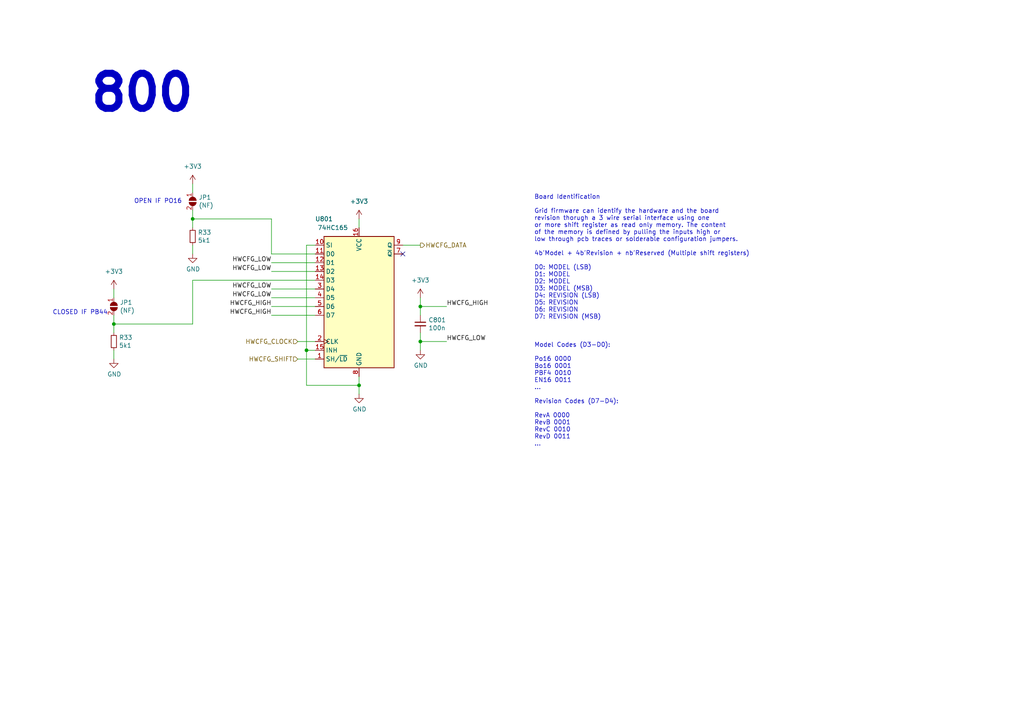
<source format=kicad_sch>
(kicad_sch (version 20231120) (generator "eeschema") (generator_version "8.0")
  (paper "A4")
  (lib_symbols
    (symbol "power:+3V3" (power) (pin_names (offset 0))
      (property "Value" "+3V3" (at 0 3.556 0))
      (symbol "+3V3_0_1"
        (polyline (pts (xy -0.762 1.27) (xy 0 2.54)))
        (polyline (pts (xy 0 0) (xy 0 2.54)))
        (polyline (pts (xy 0 2.54) (xy 0.762 1.27)))
      )
      (symbol "+3V3_1_1"
        (pin power_in line (at 0 0 90) (length 0) hide (name "+3V3") (number "1"))
      )
    )
    (symbol "power:GND" (power) (pin_names (offset 0))
      (property "Value" "GND" (at 0 -3.81 0))
      (symbol "GND_0_1"
        (polyline (pts (xy 0 0) (xy 0 -1.27) (xy 1.27 -1.27) (xy 0 -2.54) (xy -1.27 -1.27) (xy 0 -1.27)))
      )
      (symbol "GND_1_1"
        (pin power_in line (at 0 0 270) (length 0) hide (name "GND") (number "1"))
      )
    )
    (symbol "suku_basics:74HC165"
      (property "Reference" "U" (at -15.24 25.4 0))
      (property "Value" "74HC165" (at -12.7 20.32 0))
      (symbol "74HC165_1_0"
        (pin input line (at -12.7 12.7 0) (length 2.54) (name "D0") (number "11"))
        (pin input line (at -12.7 10.16 0) (length 2.54) (name "D1") (number "12"))
        (pin input line (at -12.7 7.62 0) (length 2.54) (name "D2") (number "13"))
        (pin input line (at -12.7 5.08 0) (length 2.54) (name "D3") (number "14"))
        (pin power_in line (at 0 20.32 270) (length 2.54) (name "VCC") (number "16"))
        (pin input clock (at -12.7 -12.7 0) (length 2.54) (name "CLK") (number "2"))
        (pin input line (at -12.7 2.54 0) (length 2.54) (name "D4") (number "3"))
        (pin input line (at -12.7 0 0) (length 2.54) (name "D5") (number "4"))
        (pin input line (at -12.7 -2.54 0) (length 2.54) (name "D6") (number "5"))
        (pin input line (at -12.7 -5.08 0) (length 2.54) (name "D7") (number "6"))
        (pin power_in line (at 0 -22.86 90) (length 2.54) (name "GND") (number "8"))
        (pin output line (at 12.7 15.24 180) (length 2.54) (name "Q") (number "9"))
      )
      (symbol "74HC165_1_1"
        (rectangle (start -10.16 17.78) (end 10.16 -20.32) (stroke (width 0.254)) (fill (type background)))
        (pin input line (at -12.7 -17.78 0) (length 2.54) (name "SH/~{LD}") (number "1"))
        (pin input line (at -12.7 15.24 0) (length 2.54) (name "SI") (number "10"))
        (pin input line (at -12.7 -15.24 0) (length 2.54) (name "INH") (number "15"))
        (pin output line (at 12.7 12.7 180) (length 2.54) (name "~{Q}") (number "7"))
      )
    )
    (symbol "suku_basics:CAP" (pin_numbers hide) (pin_names (offset 0.254) hide)
      (property "Reference" "C" (at 0.254 1.778 0))
      (property "Value" "CAP" (at 0.254 -2.032 0))
      (symbol "CAP_0_1"
        (polyline (pts (xy -1.524 -0.508) (xy 1.524 -0.508)) (stroke (width 0.3302)))
        (polyline (pts (xy -1.524 0.508) (xy 1.524 0.508)) (stroke (width 0.3048)))
      )
      (symbol "CAP_1_1"
        (pin passive line (at 0 2.54 270) (length 2.032) (name "~") (number "1"))
        (pin passive line (at 0 -2.54 90) (length 2.032) (name "~") (number "2"))
      )
    )
    (symbol "suku_basics:JP_SolderJumper_2_Open" (pin_names (offset 0) hide)
      (property "Reference" "JP" (at 0 2.032 0))
      (property "Value" "JP_SolderJumper_2_Open" (at 0 -2.54 0))
      (symbol "JP_SolderJumper_2_Open_0_1"
        (arc (start -0.254 1.016) (mid -1.2656 0) (end -0.254 -1.016))
        (arc (start -0.254 1.016) (mid -1.2656 0) (end -0.254 -1.016) (fill (type outline)))
        (polyline (pts (xy -0.254 1.016) (xy -0.254 -1.016)))
        (polyline (pts (xy 0.254 1.016) (xy 0.254 -1.016)))
        (arc (start 0.254 -1.016) (mid 1.2656 0) (end 0.254 1.016))
        (arc (start 0.254 -1.016) (mid 1.2656 0) (end 0.254 1.016) (fill (type outline)))
      )
      (symbol "JP_SolderJumper_2_Open_1_1"
        (pin passive line (at -2.54 0 0) (length 1.27) (name "A") (number "1"))
        (pin passive line (at 2.54 0 180) (length 1.27) (name "B") (number "2"))
      )
    )
    (symbol "suku_basics:RES" (pin_numbers hide) (pin_names (offset 0.254) hide)
      (property "Reference" "R" (at 0.762 0.508 0))
      (property "Value" "RES" (at 0.762 -1.016 0))
      (symbol "RES_1_1"
        (rectangle (start -0.762 1.778) (end 0.762 -1.778) (stroke (width 0.2032)))
        (pin passive line (at 0 2.54 270) (length 0.762) (name "~") (number "1"))
        (pin passive line (at 0 -2.54 90) (length 0.762) (name "~") (number "2"))
      )
    )
  )
  (junction (at 33.02 93.98))
  (junction (at 104.14 111.76))
  (junction (at 88.9 101.6))
  (junction (at 121.92 99.06))
  (junction (at 55.88 63.5))
  (junction (at 121.92 88.9))
  (no_connect (at 116.84 73.66))
  (wire (pts (xy 33.02 91.44) (xy 33.02 93.98)))
  (wire (pts (xy 33.02 93.98) (xy 33.02 96.52)))
  (wire (pts (xy 88.9 71.12) (xy 88.9 101.6)))
  (wire (pts (xy 91.44 83.82) (xy 78.74 83.82)))
  (wire (pts (xy 104.14 111.76) (xy 104.14 109.22)))
  (wire (pts (xy 55.88 81.28) (xy 91.44 81.28)))
  (wire (pts (xy 78.74 73.66) (xy 78.74 63.5)))
  (wire (pts (xy 33.02 83.82) (xy 33.02 86.36)))
  (wire (pts (xy 91.44 101.6) (xy 88.9 101.6)))
  (wire (pts (xy 91.44 99.06) (xy 86.36 99.06)))
  (wire (pts (xy 55.88 63.5) (xy 55.88 66.04)))
  (wire (pts (xy 91.44 86.36) (xy 78.74 86.36)))
  (wire (pts (xy 91.44 88.9) (xy 78.74 88.9)))
  (wire (pts (xy 55.88 93.98) (xy 33.02 93.98)))
  (wire (pts (xy 91.44 76.2) (xy 78.74 76.2)))
  (wire (pts (xy 104.14 63.5) (xy 104.14 66.04)))
  (wire (pts (xy 55.88 81.28) (xy 55.88 93.98)))
  (wire (pts (xy 78.74 91.44) (xy 91.44 91.44)))
  (wire (pts (xy 104.14 114.3) (xy 104.14 111.76)))
  (wire (pts (xy 121.92 99.06) (xy 121.92 101.6)))
  (wire (pts (xy 91.44 71.12) (xy 88.9 71.12)))
  (wire (pts (xy 78.74 73.66) (xy 91.44 73.66)))
  (wire (pts (xy 55.88 60.96) (xy 55.88 63.5)))
  (wire (pts (xy 121.92 96.52) (xy 121.92 99.06)))
  (wire (pts (xy 88.9 101.6) (xy 88.9 111.76)))
  (wire (pts (xy 33.02 104.14) (xy 33.02 101.6)))
  (wire (pts (xy 121.92 88.9) (xy 121.92 91.44)))
  (wire (pts (xy 88.9 111.76) (xy 104.14 111.76)))
  (wire (pts (xy 116.84 71.12) (xy 121.92 71.12)))
  (wire (pts (xy 121.92 88.9) (xy 129.54 88.9)))
  (wire (pts (xy 78.74 63.5) (xy 55.88 63.5)))
  (wire (pts (xy 55.88 73.66) (xy 55.88 71.12)))
  (wire (pts (xy 121.92 86.36) (xy 121.92 88.9)))
  (wire (pts (xy 55.88 53.34) (xy 55.88 55.88)))
  (wire (pts (xy 121.92 99.06) (xy 129.54 99.06)))
  (wire (pts (xy 91.44 78.74) (xy 78.74 78.74)))
  (wire (pts (xy 91.44 104.14) (xy 86.36 104.14)))
  (text "800" (at 25.4 33.02 0) (effects (font (size 10.16 10.16) (thickness 2.032) (bold yes)) (justify left bottom)))
  (text "Board Identification\n\nGrid firmware can identify the hardware and the board \nrevision thorugh a 3 wire serial interface using one \nor more shift register as read only memory. The content\nof the memory is defined by pulling the inputs high or\nlow through pcb traces or solderable configuration jumpers.\n\n4b'Model + 4b'Revision + nb'Reserved (Multiple shift registers)\n\nD0: MODEL (LSB)\nD1: MODEL\nD2: MODEL\nD3: MODEL (MSB)\nD4: REVISION (LSB)\nD5: REVISION\nD6: REVISION\nD7: REVISION (MSB)\n\n\n\nModel Codes (D3-D0):\n\nPo16 0000\nBo16 0001\nPBF4 0010\nEN16 0011\n...\n\nRevision Codes (D7-D4):\n\nRevA 0000\nRevB 0001\nRevC 0010\nRevD 0011\n...\n" (at 154.94 129.54 0) (effects (font (size 1.27 1.27)) (justify left bottom)))
  (text "CLOSED IF PB44" (at 15.24 91.44 0) (effects (font (size 1.27 1.27)) (justify left bottom)))
  (text "OPEN IF PO16" (at 38.862 59.182 0) (effects (font (size 1.27 1.27)) (justify left bottom)))
  (label "HWCFG_LOW" (at 129.54 99.06 0))
  (label "HWCFG_LOW" (at 78.74 83.82 180))
  (label "HWCFG_HIGH" (at 78.74 88.9 180))
  (label "HWCFG_LOW" (at 78.74 78.74 180))
  (label "HWCFG_LOW" (at 78.74 86.36 180))
  (label "HWCFG_HIGH" (at 129.54 88.9 0))
  (label "HWCFG_HIGH" (at 78.74 91.44 180))
  (label "HWCFG_LOW" (at 78.74 76.2 180))
  (hierarchical_label "HWCFG_CLOCK" (shape input) (at 86.36 99.06 180))
  (hierarchical_label "HWCFG_SHIFT" (shape input) (at 86.36 104.14 180))
  (hierarchical_label "HWCFG_DATA" (shape output) (at 121.92 71.12 0))
  (symbol (lib_id "suku_basics:74HC165") (at 104.14 86.36 0) (unit 1)
    (property "Reference" "U801" (at 93.98 63.5 0))
    (property "Value" "74HC165" (at 96.52 66.04 0))
    (property "Footprint" "suku_basics:SOIC-16_74HC165" (effects (hide yes)))
    (property "Datasheet" "http://www.ti.com/lit/ds/symlink/sn74hc595.pdf" (effects (hide yes)))
  )
  (symbol (lib_id "power:GND") (at 104.14 114.3 0) (unit 1)
    (property "Reference" "#PWR0882" (effects (hide yes)))
    (property "Value" "GND" (at 104.267 118.6942 0))
  )
  (symbol (lib_id "suku_basics:CAP") (at 121.92 93.98 0) (unit 1)
    (property "Reference" "C801" (at 124.2568 92.8116 0) (effects (justify left)))
    (property "Value" "100n" (at 124.2568 95.123 0) (effects (justify left)))
    (property "Footprint" "suku_basics:CAP_0402" (effects (hide yes)))
  )
  (symbol (lib_id "power:GND") (at 121.92 101.6 0) (unit 1)
    (property "Reference" "#PWR0943" (effects (hide yes)))
    (property "Value" "GND" (at 122.047 105.9942 0))
  )
  (symbol (lib_id "power:+3V3") (at 104.14 63.5 0) (unit 1)
    (property "Reference" "#PWR0881" (effects (hide yes)))
    (property "Value" "+3V3" (at 104.14 58.42 0))
  )
  (symbol (lib_id "power:+3V3") (at 33.02 83.82 0) (unit 1)
    (property "Reference" "#PWR0701" (effects (hide yes)))
    (property "Value" "+3V3" (at 33.02 78.74 0))
  )
  (symbol (lib_id "suku_basics:JP_SolderJumper_2_Open") (at 33.02 88.9 270) (unit 1)
    (property "Reference" "JP1" (at 34.7472 87.7316 90) (effects (justify left)))
    (property "Value" "(NF)" (at 34.7472 90.043 90) (effects (justify left)))
    (property "Footprint" "Jumper:SolderJumper-2_P1.3mm_Open_TrianglePad1.0x1.5mm" (effects (hide yes)))
    (instances (project "HWCFG" (path "" (reference "JP1") (unit 1))) (project "PCBA-PO16_BU16" (path "" (reference "JP701") (unit 1))))
  )
  (symbol (lib_id "power:GND") (at 55.88 73.66 0) (unit 1)
    (property "Reference" "#PWR0152" (effects (hide yes)))
    (property "Value" "GND" (at 56.007 78.0542 0))
    (instances (project "HWCFG" (path "" (reference "#PWR0152") (unit 1))) (project "PCBA-PO16_BU16" (path "" (reference "#PWR0880") (unit 1))))
  )
  (symbol (lib_id "power:+3V3") (at 55.88 53.34 0) (unit 1)
    (property "Reference" "#PWR0879" (effects (hide yes)))
    (property "Value" "+3V3" (at 55.88 48.26 0))
  )
  (symbol (lib_id "power:GND") (at 33.02 104.14 0) (unit 1)
    (property "Reference" "#PWR0152" (effects (hide yes)))
    (property "Value" "GND" (at 33.147 108.5342 0))
    (instances (project "HWCFG" (path "" (reference "#PWR0152") (unit 1))) (project "PCBA-PO16_BU16" (path "" (reference "#PWR0702") (unit 1))))
  )
  (symbol (lib_id "suku_basics:RES") (at 55.88 68.58 0) (unit 1)
    (property "Reference" "R33" (at 57.3786 67.4116 0) (effects (justify left)))
    (property "Value" "5k1" (at 57.3786 69.723 0) (effects (justify left)))
    (property "Footprint" "suku_basics:RES_0402" (effects (hide yes)))
    (instances (project "HWCFG" (path "" (reference "R33") (unit 1))) (project "PCBA-PO16_BU16" (path "" (reference "R801") (unit 1))))
  )
  (symbol (lib_id "suku_basics:RES") (at 33.02 99.06 0) (unit 1)
    (property "Reference" "R33" (at 34.5186 97.8916 0) (effects (justify left)))
    (property "Value" "5k1" (at 34.5186 100.203 0) (effects (justify left)))
    (property "Footprint" "suku_basics:RES_0402" (effects (hide yes)))
    (instances (project "HWCFG" (path "" (reference "R33") (unit 1))) (project "PCBA-PO16_BU16" (path "" (reference "R702") (unit 1))))
  )
  (symbol (lib_id "power:+3V3") (at 121.92 86.36 0) (unit 1)
    (property "Reference" "#PWR0942" (effects (hide yes)))
    (property "Value" "+3V3" (at 121.92 81.28 0))
  )
  (symbol (lib_id "suku_basics:JP_SolderJumper_2_Open") (at 55.88 58.42 270) (unit 1)
    (property "Reference" "JP1" (at 57.6072 57.2516 90) (effects (justify left)))
    (property "Value" "(NF)" (at 57.6072 59.563 90) (effects (justify left)))
    (property "Footprint" "Jumper:SolderJumper-2_P1.3mm_Open_TrianglePad1.0x1.5mm" (effects (hide yes)))
    (instances (project "HWCFG" (path "" (reference "JP1") (unit 1))) (project "PCBA-PO16_BU16" (path "" (reference "JP801") (unit 1))))
  )
)
</source>
